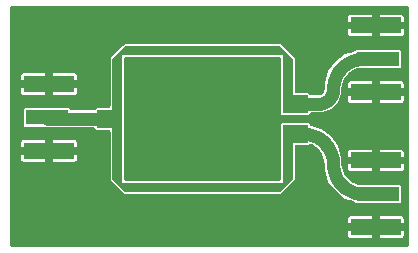
<source format=gbr>
G04 EAGLE Gerber RS-274X export*
G75*
%MOMM*%
%FSLAX34Y34*%
%LPD*%
%INTop Copper*%
%IPPOS*%
%AMOC8*
5,1,8,0,0,1.08239X$1,22.5*%
G01*
%ADD10R,1.270000X0.660400*%
%ADD11R,1.270000X0.635000*%
%ADD12R,3.600000X1.270000*%
%ADD13R,4.200000X1.350000*%
%ADD14C,0.604000*%
%ADD15C,1.117600*%

G36*
X874794Y323345D02*
X874794Y323345D01*
X874812Y323343D01*
X874994Y323364D01*
X875177Y323383D01*
X875194Y323388D01*
X875211Y323390D01*
X875386Y323447D01*
X875562Y323501D01*
X875577Y323509D01*
X875594Y323515D01*
X875754Y323605D01*
X875916Y323693D01*
X875929Y323704D01*
X875945Y323713D01*
X876084Y323833D01*
X876225Y323950D01*
X876236Y323964D01*
X876250Y323976D01*
X876362Y324121D01*
X876477Y324264D01*
X876485Y324280D01*
X876496Y324294D01*
X876578Y324459D01*
X876663Y324621D01*
X876668Y324638D01*
X876676Y324654D01*
X876723Y324833D01*
X876774Y325008D01*
X876776Y325026D01*
X876780Y325043D01*
X876807Y325374D01*
X876807Y525526D01*
X876805Y525544D01*
X876807Y525562D01*
X876786Y525744D01*
X876767Y525927D01*
X876762Y525944D01*
X876760Y525961D01*
X876703Y526136D01*
X876649Y526312D01*
X876641Y526327D01*
X876635Y526344D01*
X876545Y526504D01*
X876457Y526666D01*
X876446Y526679D01*
X876437Y526695D01*
X876317Y526834D01*
X876200Y526975D01*
X876186Y526986D01*
X876174Y527000D01*
X876029Y527112D01*
X875886Y527227D01*
X875870Y527235D01*
X875856Y527246D01*
X875691Y527328D01*
X875529Y527413D01*
X875512Y527418D01*
X875496Y527426D01*
X875317Y527473D01*
X875142Y527524D01*
X875124Y527526D01*
X875107Y527530D01*
X874776Y527557D01*
X541274Y527557D01*
X541256Y527555D01*
X541238Y527557D01*
X541056Y527536D01*
X540873Y527517D01*
X540856Y527512D01*
X540839Y527510D01*
X540664Y527453D01*
X540488Y527399D01*
X540473Y527391D01*
X540456Y527385D01*
X540296Y527295D01*
X540134Y527207D01*
X540121Y527196D01*
X540105Y527187D01*
X539966Y527067D01*
X539825Y526950D01*
X539814Y526936D01*
X539800Y526924D01*
X539688Y526779D01*
X539573Y526636D01*
X539565Y526620D01*
X539554Y526606D01*
X539471Y526441D01*
X539387Y526279D01*
X539382Y526262D01*
X539374Y526246D01*
X539327Y526067D01*
X539276Y525892D01*
X539274Y525874D01*
X539270Y525857D01*
X539243Y525526D01*
X539243Y325374D01*
X539245Y325356D01*
X539243Y325338D01*
X539264Y325156D01*
X539283Y324973D01*
X539288Y324956D01*
X539290Y324939D01*
X539347Y324764D01*
X539401Y324588D01*
X539409Y324573D01*
X539415Y324556D01*
X539505Y324396D01*
X539593Y324234D01*
X539604Y324221D01*
X539613Y324205D01*
X539733Y324066D01*
X539850Y323925D01*
X539864Y323914D01*
X539876Y323900D01*
X540021Y323788D01*
X540164Y323673D01*
X540180Y323665D01*
X540194Y323654D01*
X540359Y323572D01*
X540521Y323487D01*
X540538Y323482D01*
X540554Y323474D01*
X540733Y323427D01*
X540908Y323376D01*
X540926Y323374D01*
X540943Y323370D01*
X541274Y323343D01*
X874776Y323343D01*
X874794Y323345D01*
G37*
%LPC*%
G36*
X832268Y360425D02*
X832268Y360425D01*
X831108Y361586D01*
X831022Y361656D01*
X830943Y361734D01*
X830867Y361783D01*
X830797Y361841D01*
X830699Y361893D01*
X830606Y361953D01*
X830506Y361995D01*
X830441Y362029D01*
X830381Y362047D01*
X830299Y362081D01*
X823255Y364370D01*
X814923Y370423D01*
X808870Y378755D01*
X805687Y388551D01*
X805687Y393700D01*
X805681Y393766D01*
X805681Y393859D01*
X805481Y396402D01*
X805468Y396475D01*
X805464Y396548D01*
X805425Y396713D01*
X805410Y396799D01*
X805397Y396829D01*
X805388Y396871D01*
X803816Y401708D01*
X803755Y401848D01*
X803700Y401991D01*
X803671Y402038D01*
X803654Y402076D01*
X803605Y402147D01*
X803528Y402274D01*
X800538Y406389D01*
X800436Y406503D01*
X800340Y406622D01*
X800298Y406658D01*
X800270Y406689D01*
X800201Y406741D01*
X800089Y406838D01*
X795974Y409828D01*
X795842Y409905D01*
X795714Y409988D01*
X795663Y410009D01*
X795626Y410031D01*
X795545Y410059D01*
X795408Y410116D01*
X794116Y410536D01*
X793976Y410566D01*
X793837Y410605D01*
X793779Y410609D01*
X793723Y410621D01*
X793579Y410624D01*
X793435Y410634D01*
X793378Y410627D01*
X793321Y410628D01*
X793179Y410602D01*
X793036Y410584D01*
X792981Y410566D01*
X792925Y410555D01*
X792791Y410502D01*
X792654Y410456D01*
X792604Y410427D01*
X792551Y410406D01*
X792430Y410327D01*
X792305Y410255D01*
X792255Y410212D01*
X792214Y410185D01*
X792155Y410127D01*
X792052Y410040D01*
X791919Y409906D01*
X782216Y409906D01*
X782199Y409905D01*
X782181Y409906D01*
X781998Y409885D01*
X781816Y409867D01*
X781799Y409861D01*
X781781Y409859D01*
X781606Y409802D01*
X781431Y409748D01*
X781415Y409740D01*
X781398Y409734D01*
X781238Y409644D01*
X781077Y409557D01*
X781063Y409545D01*
X781048Y409536D01*
X780908Y409416D01*
X780768Y409299D01*
X780756Y409285D01*
X780743Y409273D01*
X780630Y409128D01*
X780515Y408985D01*
X780507Y408969D01*
X780496Y408955D01*
X780414Y408790D01*
X780330Y408628D01*
X780325Y408611D01*
X780317Y408595D01*
X780269Y408417D01*
X780218Y408241D01*
X780217Y408223D01*
X780212Y408206D01*
X780185Y407875D01*
X780185Y379961D01*
X768271Y368047D01*
X636298Y368047D01*
X634737Y369608D01*
X634737Y369609D01*
X625945Y378400D01*
X624384Y379961D01*
X624384Y420499D01*
X624382Y420517D01*
X624384Y420535D01*
X624362Y420717D01*
X624344Y420900D01*
X624339Y420917D01*
X624337Y420934D01*
X624280Y421109D01*
X624226Y421285D01*
X624218Y421300D01*
X624212Y421317D01*
X624122Y421477D01*
X624034Y421639D01*
X624023Y421652D01*
X624014Y421668D01*
X623894Y421807D01*
X623777Y421948D01*
X623763Y421959D01*
X623751Y421973D01*
X623606Y422085D01*
X623463Y422200D01*
X623447Y422208D01*
X623433Y422219D01*
X623268Y422301D01*
X623105Y422386D01*
X623088Y422391D01*
X623072Y422399D01*
X622894Y422446D01*
X622719Y422497D01*
X622701Y422499D01*
X622684Y422503D01*
X622353Y422530D01*
X612650Y422530D01*
X611089Y424092D01*
X611084Y424096D01*
X611077Y424105D01*
X611063Y424116D01*
X611051Y424130D01*
X610906Y424242D01*
X610875Y424267D01*
X610778Y424347D01*
X610773Y424349D01*
X610763Y424357D01*
X610747Y424365D01*
X610733Y424376D01*
X610568Y424458D01*
X610524Y424481D01*
X610422Y424535D01*
X610417Y424537D01*
X610405Y424543D01*
X610388Y424548D01*
X610372Y424556D01*
X610194Y424603D01*
X610141Y424619D01*
X610036Y424650D01*
X610031Y424651D01*
X610019Y424654D01*
X610001Y424656D01*
X609984Y424660D01*
X609653Y424687D01*
X568815Y424687D01*
X567962Y425041D01*
X567932Y425050D01*
X567904Y425064D01*
X567740Y425108D01*
X567577Y425157D01*
X567546Y425160D01*
X567515Y425168D01*
X567185Y425195D01*
X551598Y425195D01*
X550705Y426088D01*
X550705Y440052D01*
X551598Y440945D01*
X588862Y440945D01*
X590299Y439508D01*
X590319Y439491D01*
X590337Y439470D01*
X590475Y439363D01*
X590610Y439253D01*
X590634Y439240D01*
X590655Y439224D01*
X590812Y439146D01*
X590966Y439064D01*
X590991Y439056D01*
X591015Y439044D01*
X591185Y438999D01*
X591352Y438949D01*
X591378Y438947D01*
X591404Y438940D01*
X591735Y438913D01*
X609804Y438913D01*
X609831Y438915D01*
X609858Y438913D01*
X610032Y438935D01*
X610205Y438953D01*
X610231Y438960D01*
X610257Y438964D01*
X610423Y439019D01*
X610590Y439071D01*
X610614Y439084D01*
X610639Y439092D01*
X610791Y439179D01*
X610944Y439263D01*
X610965Y439280D01*
X610988Y439293D01*
X611241Y439508D01*
X612650Y440917D01*
X622353Y440917D01*
X622371Y440919D01*
X622388Y440918D01*
X622571Y440939D01*
X622753Y440957D01*
X622771Y440962D01*
X622788Y440965D01*
X622963Y441021D01*
X623138Y441075D01*
X623154Y441084D01*
X623171Y441089D01*
X623331Y441180D01*
X623492Y441267D01*
X623506Y441279D01*
X623522Y441287D01*
X623661Y441408D01*
X623802Y441525D01*
X623813Y441539D01*
X623826Y441550D01*
X623939Y441695D01*
X624054Y441839D01*
X624062Y441854D01*
X624073Y441869D01*
X624155Y442033D01*
X624239Y442196D01*
X624244Y442213D01*
X624252Y442229D01*
X624300Y442407D01*
X624351Y442583D01*
X624352Y442601D01*
X624357Y442618D01*
X624384Y442949D01*
X624384Y483487D01*
X625945Y485048D01*
X634737Y493839D01*
X636298Y495400D01*
X768271Y495400D01*
X780185Y483487D01*
X780185Y455572D01*
X780187Y455555D01*
X780185Y455537D01*
X780207Y455354D01*
X780225Y455172D01*
X780230Y455155D01*
X780232Y455137D01*
X780289Y454962D01*
X780343Y454787D01*
X780352Y454771D01*
X780357Y454754D01*
X780448Y454594D01*
X780535Y454433D01*
X780546Y454419D01*
X780555Y454404D01*
X780676Y454264D01*
X780793Y454124D01*
X780807Y454112D01*
X780818Y454099D01*
X780963Y453986D01*
X781106Y453871D01*
X781122Y453863D01*
X781136Y453852D01*
X781301Y453770D01*
X781464Y453686D01*
X781481Y453681D01*
X781497Y453673D01*
X781675Y453625D01*
X781851Y453574D01*
X781868Y453573D01*
X781886Y453568D01*
X782216Y453541D01*
X791919Y453541D01*
X793252Y452208D01*
X793273Y452191D01*
X793290Y452170D01*
X793428Y452063D01*
X793564Y451953D01*
X793587Y451940D01*
X793608Y451924D01*
X793765Y451846D01*
X793919Y451764D01*
X793945Y451756D01*
X793969Y451744D01*
X794138Y451699D01*
X794305Y451649D01*
X794332Y451647D01*
X794358Y451640D01*
X794689Y451613D01*
X800100Y451613D01*
X800178Y451621D01*
X800299Y451623D01*
X800993Y451691D01*
X801123Y451717D01*
X801255Y451734D01*
X801331Y451758D01*
X801388Y451770D01*
X801459Y451800D01*
X801571Y451836D01*
X802853Y452367D01*
X802880Y452381D01*
X802910Y452391D01*
X803058Y452477D01*
X803208Y452557D01*
X803232Y452577D01*
X803259Y452592D01*
X803512Y452807D01*
X804493Y453788D01*
X804513Y453812D01*
X804536Y453833D01*
X804640Y453968D01*
X804748Y454100D01*
X804763Y454127D01*
X804782Y454152D01*
X804933Y454447D01*
X805464Y455729D01*
X805503Y455856D01*
X805550Y455981D01*
X805564Y456059D01*
X805581Y456114D01*
X805588Y456192D01*
X805609Y456307D01*
X805677Y457001D01*
X805677Y457080D01*
X805687Y457200D01*
X805687Y462349D01*
X808870Y472145D01*
X814923Y480477D01*
X823255Y486530D01*
X830299Y488819D01*
X830401Y488863D01*
X830506Y488899D01*
X830585Y488944D01*
X830668Y488981D01*
X830759Y489044D01*
X830855Y489100D01*
X830938Y489170D01*
X830998Y489212D01*
X831041Y489258D01*
X831108Y489314D01*
X832268Y490475D01*
X869532Y490475D01*
X870425Y489582D01*
X870425Y475618D01*
X869532Y474725D01*
X833928Y474725D01*
X833776Y474710D01*
X833623Y474702D01*
X833569Y474690D01*
X833527Y474685D01*
X833445Y474660D01*
X833300Y474626D01*
X830192Y473616D01*
X830052Y473555D01*
X829909Y473500D01*
X829862Y473471D01*
X829824Y473454D01*
X829753Y473405D01*
X829626Y473328D01*
X825511Y470338D01*
X825397Y470236D01*
X825278Y470140D01*
X825242Y470098D01*
X825211Y470070D01*
X825159Y470001D01*
X825062Y469889D01*
X822072Y465774D01*
X821995Y465642D01*
X821912Y465514D01*
X821891Y465463D01*
X821869Y465426D01*
X821841Y465345D01*
X821784Y465208D01*
X820212Y460371D01*
X820197Y460299D01*
X820172Y460230D01*
X820145Y460062D01*
X820126Y459977D01*
X820126Y459944D01*
X820119Y459902D01*
X819919Y457359D01*
X819920Y457293D01*
X819913Y457200D01*
X819913Y453259D01*
X816896Y445977D01*
X811323Y440404D01*
X804041Y437387D01*
X794916Y437387D01*
X794899Y437385D01*
X794881Y437387D01*
X794698Y437366D01*
X794516Y437347D01*
X794499Y437342D01*
X794481Y437340D01*
X794306Y437283D01*
X794131Y437229D01*
X794115Y437221D01*
X794098Y437215D01*
X793938Y437125D01*
X793777Y437037D01*
X793763Y437026D01*
X793748Y437017D01*
X793608Y436897D01*
X793468Y436780D01*
X793456Y436766D01*
X793443Y436754D01*
X793330Y436609D01*
X793215Y436466D01*
X793207Y436450D01*
X793196Y436436D01*
X793191Y436427D01*
X791919Y435154D01*
X769927Y435154D01*
X768961Y436120D01*
X768961Y482145D01*
X768959Y482163D01*
X768961Y482180D01*
X768939Y482363D01*
X768921Y482545D01*
X768916Y482563D01*
X768914Y482580D01*
X768857Y482755D01*
X768803Y482930D01*
X768794Y482946D01*
X768789Y482963D01*
X768698Y483123D01*
X768611Y483284D01*
X768600Y483298D01*
X768591Y483314D01*
X768471Y483453D01*
X768353Y483594D01*
X768339Y483605D01*
X768328Y483618D01*
X768183Y483731D01*
X768040Y483846D01*
X768024Y483854D01*
X768010Y483865D01*
X767845Y483947D01*
X767682Y484031D01*
X767665Y484036D01*
X767649Y484044D01*
X767471Y484092D01*
X767295Y484143D01*
X767278Y484144D01*
X767260Y484149D01*
X766930Y484176D01*
X637640Y484176D01*
X637622Y484174D01*
X637604Y484176D01*
X637422Y484154D01*
X637239Y484136D01*
X637222Y484131D01*
X637204Y484129D01*
X637030Y484072D01*
X636854Y484018D01*
X636838Y484010D01*
X636821Y484004D01*
X636661Y483914D01*
X636500Y483826D01*
X636486Y483815D01*
X636471Y483806D01*
X636332Y483686D01*
X636191Y483569D01*
X636180Y483555D01*
X636166Y483543D01*
X636054Y483398D01*
X635938Y483255D01*
X635930Y483239D01*
X635919Y483225D01*
X635837Y483060D01*
X635753Y482897D01*
X635748Y482880D01*
X635740Y482864D01*
X635692Y482686D01*
X635642Y482511D01*
X635640Y482493D01*
X635635Y482476D01*
X635608Y482145D01*
X635608Y381303D01*
X635610Y381285D01*
X635609Y381267D01*
X635630Y381085D01*
X635648Y380902D01*
X635653Y380885D01*
X635656Y380867D01*
X635712Y380693D01*
X635766Y380517D01*
X635775Y380502D01*
X635780Y380485D01*
X635871Y380324D01*
X635958Y380163D01*
X635970Y380150D01*
X635978Y380134D01*
X636099Y379995D01*
X636216Y379854D01*
X636230Y379843D01*
X636241Y379829D01*
X636386Y379717D01*
X636530Y379602D01*
X636545Y379593D01*
X636560Y379582D01*
X636724Y379500D01*
X636887Y379416D01*
X636904Y379411D01*
X636920Y379403D01*
X637098Y379355D01*
X637274Y379305D01*
X637292Y379303D01*
X637309Y379299D01*
X637640Y379272D01*
X766930Y379272D01*
X766947Y379273D01*
X766965Y379272D01*
X767148Y379293D01*
X767330Y379311D01*
X767347Y379317D01*
X767365Y379319D01*
X767540Y379376D01*
X767715Y379430D01*
X767731Y379438D01*
X767748Y379444D01*
X767908Y379534D01*
X768069Y379621D01*
X768083Y379633D01*
X768098Y379642D01*
X768238Y379762D01*
X768378Y379879D01*
X768390Y379893D01*
X768403Y379905D01*
X768516Y380050D01*
X768631Y380193D01*
X768639Y380209D01*
X768650Y380223D01*
X768732Y380388D01*
X768816Y380550D01*
X768821Y380567D01*
X768829Y380583D01*
X768877Y380761D01*
X768928Y380937D01*
X768929Y380955D01*
X768934Y380972D01*
X768961Y381303D01*
X768961Y427327D01*
X769927Y428294D01*
X791919Y428294D01*
X792910Y427302D01*
X792915Y427278D01*
X792925Y427179D01*
X792955Y427081D01*
X792975Y426981D01*
X793014Y426889D01*
X793043Y426794D01*
X793092Y426704D01*
X793131Y426610D01*
X793187Y426528D01*
X793235Y426440D01*
X793300Y426362D01*
X793358Y426277D01*
X793429Y426207D01*
X793493Y426131D01*
X793572Y426067D01*
X793645Y425995D01*
X793729Y425941D01*
X793806Y425878D01*
X793897Y425831D01*
X793983Y425776D01*
X794094Y425729D01*
X794164Y425693D01*
X794218Y425677D01*
X794289Y425648D01*
X802345Y423030D01*
X810677Y416977D01*
X816730Y408645D01*
X819913Y398849D01*
X819913Y393700D01*
X819919Y393634D01*
X819919Y393541D01*
X820119Y390998D01*
X820132Y390925D01*
X820136Y390852D01*
X820175Y390687D01*
X820190Y390601D01*
X820203Y390571D01*
X820212Y390529D01*
X821784Y385692D01*
X821838Y385568D01*
X821863Y385493D01*
X821879Y385465D01*
X821900Y385409D01*
X821929Y385362D01*
X821946Y385324D01*
X821995Y385253D01*
X822039Y385180D01*
X822061Y385143D01*
X822066Y385136D01*
X822072Y385126D01*
X825062Y381011D01*
X825164Y380897D01*
X825260Y380778D01*
X825302Y380742D01*
X825330Y380711D01*
X825399Y380659D01*
X825511Y380562D01*
X829626Y377572D01*
X829758Y377495D01*
X829886Y377412D01*
X829937Y377391D01*
X829974Y377369D01*
X830055Y377341D01*
X830192Y377284D01*
X833300Y376274D01*
X833449Y376242D01*
X833597Y376202D01*
X833652Y376197D01*
X833693Y376188D01*
X833779Y376187D01*
X833928Y376175D01*
X869532Y376175D01*
X870425Y375282D01*
X870425Y361318D01*
X869532Y360425D01*
X832268Y360425D01*
G37*
%LPD*%
G36*
X767592Y369575D02*
X767592Y369575D01*
X767596Y369573D01*
X767676Y369609D01*
X778623Y380557D01*
X778625Y380561D01*
X778629Y380563D01*
X778660Y380644D01*
X778660Y411432D01*
X791235Y411432D01*
X791238Y411433D01*
X791241Y411432D01*
X791282Y411452D01*
X791325Y411470D01*
X791326Y411473D01*
X791329Y411474D01*
X791360Y411556D01*
X791360Y426644D01*
X791358Y426647D01*
X791360Y426649D01*
X791340Y426691D01*
X791321Y426734D01*
X791318Y426735D01*
X791317Y426737D01*
X791235Y426768D01*
X770611Y426768D01*
X770608Y426767D01*
X770605Y426768D01*
X770564Y426748D01*
X770521Y426730D01*
X770520Y426727D01*
X770517Y426726D01*
X770486Y426644D01*
X770486Y377746D01*
X634083Y377746D01*
X634083Y485702D01*
X770486Y485702D01*
X770486Y436804D01*
X770488Y436801D01*
X770486Y436798D01*
X770506Y436757D01*
X770525Y436714D01*
X770528Y436713D01*
X770529Y436710D01*
X770611Y436680D01*
X791235Y436680D01*
X791238Y436681D01*
X791241Y436680D01*
X791282Y436700D01*
X791325Y436718D01*
X791326Y436721D01*
X791329Y436722D01*
X791360Y436804D01*
X791360Y451891D01*
X791358Y451894D01*
X791360Y451897D01*
X791340Y451938D01*
X791321Y451981D01*
X791318Y451982D01*
X791317Y451985D01*
X791235Y452016D01*
X778660Y452016D01*
X778660Y482803D01*
X778658Y482807D01*
X778659Y482812D01*
X778623Y482891D01*
X767676Y493838D01*
X767672Y493840D01*
X767670Y493844D01*
X767588Y493875D01*
X636981Y493875D01*
X636977Y493873D01*
X636973Y493875D01*
X636893Y493838D01*
X625946Y482891D01*
X625944Y482887D01*
X625940Y482885D01*
X625910Y482803D01*
X625910Y439392D01*
X613334Y439392D01*
X613331Y439391D01*
X613328Y439392D01*
X613287Y439372D01*
X613244Y439353D01*
X613243Y439351D01*
X613240Y439349D01*
X613210Y439268D01*
X613210Y424180D01*
X613211Y424177D01*
X613210Y424174D01*
X613230Y424133D01*
X613248Y424090D01*
X613251Y424089D01*
X613252Y424086D01*
X613334Y424056D01*
X625910Y424056D01*
X625910Y380644D01*
X625911Y380640D01*
X625910Y380636D01*
X625946Y380557D01*
X636893Y369609D01*
X636898Y369608D01*
X636899Y369603D01*
X636981Y369573D01*
X767588Y369573D01*
X767592Y369575D01*
G37*
%LPC*%
G36*
X852274Y514224D02*
X852274Y514224D01*
X852274Y520141D01*
X870235Y520141D01*
X870881Y519968D01*
X871460Y519633D01*
X871933Y519160D01*
X872268Y518581D01*
X872441Y517935D01*
X872441Y514224D01*
X852274Y514224D01*
G37*
%LPD*%
%LPC*%
G36*
X825359Y514224D02*
X825359Y514224D01*
X825359Y517935D01*
X825532Y518581D01*
X825867Y519160D01*
X826340Y519633D01*
X826919Y519968D01*
X827565Y520141D01*
X845526Y520141D01*
X845526Y514224D01*
X825359Y514224D01*
G37*
%LPD*%
%LPC*%
G36*
X548689Y464694D02*
X548689Y464694D01*
X548689Y468405D01*
X548862Y469051D01*
X549197Y469630D01*
X549670Y470103D01*
X550249Y470438D01*
X550895Y470611D01*
X568856Y470611D01*
X568856Y464694D01*
X548689Y464694D01*
G37*
%LPD*%
%LPC*%
G36*
X825359Y457724D02*
X825359Y457724D01*
X825359Y461435D01*
X825532Y462081D01*
X825867Y462660D01*
X826340Y463133D01*
X826919Y463468D01*
X827565Y463641D01*
X845526Y463641D01*
X845526Y457724D01*
X825359Y457724D01*
G37*
%LPD*%
%LPC*%
G36*
X548689Y408194D02*
X548689Y408194D01*
X548689Y411905D01*
X548862Y412551D01*
X549197Y413130D01*
X549670Y413603D01*
X550249Y413938D01*
X550895Y414111D01*
X568856Y414111D01*
X568856Y408194D01*
X548689Y408194D01*
G37*
%LPD*%
%LPC*%
G36*
X825359Y399924D02*
X825359Y399924D01*
X825359Y403635D01*
X825532Y404281D01*
X825867Y404860D01*
X826340Y405333D01*
X826919Y405668D01*
X827565Y405841D01*
X845526Y405841D01*
X845526Y399924D01*
X825359Y399924D01*
G37*
%LPD*%
%LPC*%
G36*
X825359Y343424D02*
X825359Y343424D01*
X825359Y347135D01*
X825532Y347781D01*
X825867Y348360D01*
X826340Y348833D01*
X826919Y349168D01*
X827565Y349341D01*
X845526Y349341D01*
X845526Y343424D01*
X825359Y343424D01*
G37*
%LPD*%
%LPC*%
G36*
X575604Y464694D02*
X575604Y464694D01*
X575604Y470611D01*
X593565Y470611D01*
X594211Y470438D01*
X594790Y470103D01*
X595263Y469630D01*
X595598Y469051D01*
X595771Y468405D01*
X595771Y464694D01*
X575604Y464694D01*
G37*
%LPD*%
%LPC*%
G36*
X852274Y457724D02*
X852274Y457724D01*
X852274Y463641D01*
X870235Y463641D01*
X870881Y463468D01*
X871460Y463133D01*
X871933Y462660D01*
X872268Y462081D01*
X872441Y461435D01*
X872441Y457724D01*
X852274Y457724D01*
G37*
%LPD*%
%LPC*%
G36*
X575604Y408194D02*
X575604Y408194D01*
X575604Y414111D01*
X593565Y414111D01*
X594211Y413938D01*
X594790Y413603D01*
X595263Y413130D01*
X595598Y412551D01*
X595771Y411905D01*
X595771Y408194D01*
X575604Y408194D01*
G37*
%LPD*%
%LPC*%
G36*
X852274Y399924D02*
X852274Y399924D01*
X852274Y405841D01*
X870235Y405841D01*
X870881Y405668D01*
X871460Y405333D01*
X871933Y404860D01*
X872268Y404281D01*
X872441Y403635D01*
X872441Y399924D01*
X852274Y399924D01*
G37*
%LPD*%
%LPC*%
G36*
X852274Y343424D02*
X852274Y343424D01*
X852274Y349341D01*
X870235Y349341D01*
X870881Y349168D01*
X871460Y348833D01*
X871933Y348360D01*
X872268Y347781D01*
X872441Y347135D01*
X872441Y343424D01*
X852274Y343424D01*
G37*
%LPD*%
%LPC*%
G36*
X852274Y501559D02*
X852274Y501559D01*
X852274Y507476D01*
X872441Y507476D01*
X872441Y503765D01*
X872268Y503119D01*
X871933Y502540D01*
X871460Y502067D01*
X870881Y501732D01*
X870235Y501559D01*
X852274Y501559D01*
G37*
%LPD*%
%LPC*%
G36*
X575604Y452029D02*
X575604Y452029D01*
X575604Y457946D01*
X595771Y457946D01*
X595771Y454235D01*
X595598Y453589D01*
X595263Y453010D01*
X594790Y452537D01*
X594211Y452202D01*
X593565Y452029D01*
X575604Y452029D01*
G37*
%LPD*%
%LPC*%
G36*
X852274Y445059D02*
X852274Y445059D01*
X852274Y450976D01*
X872441Y450976D01*
X872441Y447265D01*
X872268Y446619D01*
X871933Y446040D01*
X871460Y445567D01*
X870881Y445232D01*
X870235Y445059D01*
X852274Y445059D01*
G37*
%LPD*%
%LPC*%
G36*
X575604Y395529D02*
X575604Y395529D01*
X575604Y401446D01*
X595771Y401446D01*
X595771Y397735D01*
X595598Y397089D01*
X595263Y396510D01*
X594790Y396037D01*
X594211Y395702D01*
X593565Y395529D01*
X575604Y395529D01*
G37*
%LPD*%
%LPC*%
G36*
X852274Y387259D02*
X852274Y387259D01*
X852274Y393176D01*
X872441Y393176D01*
X872441Y389465D01*
X872268Y388819D01*
X871933Y388240D01*
X871460Y387767D01*
X870881Y387432D01*
X870235Y387259D01*
X852274Y387259D01*
G37*
%LPD*%
%LPC*%
G36*
X852274Y330759D02*
X852274Y330759D01*
X852274Y336676D01*
X872441Y336676D01*
X872441Y332965D01*
X872268Y332319D01*
X871933Y331740D01*
X871460Y331267D01*
X870881Y330932D01*
X870235Y330759D01*
X852274Y330759D01*
G37*
%LPD*%
%LPC*%
G36*
X827565Y501559D02*
X827565Y501559D01*
X826919Y501732D01*
X826340Y502067D01*
X825867Y502540D01*
X825532Y503119D01*
X825359Y503765D01*
X825359Y507476D01*
X845526Y507476D01*
X845526Y501559D01*
X827565Y501559D01*
G37*
%LPD*%
%LPC*%
G36*
X550895Y452029D02*
X550895Y452029D01*
X550249Y452202D01*
X549670Y452537D01*
X549197Y453010D01*
X548862Y453589D01*
X548689Y454235D01*
X548689Y457946D01*
X568856Y457946D01*
X568856Y452029D01*
X550895Y452029D01*
G37*
%LPD*%
%LPC*%
G36*
X827565Y445059D02*
X827565Y445059D01*
X826919Y445232D01*
X826340Y445567D01*
X825867Y446040D01*
X825532Y446619D01*
X825359Y447265D01*
X825359Y450976D01*
X845526Y450976D01*
X845526Y445059D01*
X827565Y445059D01*
G37*
%LPD*%
%LPC*%
G36*
X550895Y395529D02*
X550895Y395529D01*
X550249Y395702D01*
X549670Y396037D01*
X549197Y396510D01*
X548862Y397089D01*
X548689Y397735D01*
X548689Y401446D01*
X568856Y401446D01*
X568856Y395529D01*
X550895Y395529D01*
G37*
%LPD*%
%LPC*%
G36*
X827565Y387259D02*
X827565Y387259D01*
X826919Y387432D01*
X826340Y387767D01*
X825867Y388240D01*
X825532Y388819D01*
X825359Y389465D01*
X825359Y393176D01*
X845526Y393176D01*
X845526Y387259D01*
X827565Y387259D01*
G37*
%LPD*%
%LPC*%
G36*
X827565Y330759D02*
X827565Y330759D01*
X826919Y330932D01*
X826340Y331267D01*
X825867Y331740D01*
X825532Y332319D01*
X825359Y332965D01*
X825359Y336676D01*
X845526Y336676D01*
X845526Y330759D01*
X827565Y330759D01*
G37*
%LPD*%
D10*
X617220Y431800D03*
D11*
X787400Y444500D03*
X787400Y419100D03*
D12*
X570230Y433070D03*
D13*
X572230Y461320D03*
X572230Y404820D03*
D12*
X850900Y482600D03*
D13*
X848900Y454350D03*
X848900Y510850D03*
D12*
X850900Y368300D03*
D13*
X848900Y340050D03*
X848900Y396550D03*
D14*
X560070Y419100D03*
X836930Y382270D03*
X840740Y468630D03*
X859790Y355600D03*
X859790Y382270D03*
X836930Y354330D03*
X858520Y496570D03*
X838200Y496570D03*
X858520Y468630D03*
X581660Y447040D03*
X580390Y417830D03*
X558800Y447040D03*
D15*
X570230Y433070D02*
X570230Y431800D01*
X617220Y431800D01*
X787400Y444500D02*
X800100Y444500D01*
X800407Y444504D01*
X800714Y444515D01*
X801020Y444533D01*
X801326Y444559D01*
X801631Y444593D01*
X801935Y444633D01*
X802238Y444681D01*
X802540Y444737D01*
X802840Y444799D01*
X803139Y444869D01*
X803436Y444946D01*
X803732Y445030D01*
X804025Y445122D01*
X804315Y445220D01*
X804603Y445325D01*
X804889Y445438D01*
X805172Y445557D01*
X805452Y445683D01*
X805729Y445815D01*
X806002Y445955D01*
X806272Y446101D01*
X806538Y446253D01*
X806801Y446412D01*
X807060Y446577D01*
X807314Y446748D01*
X807565Y446925D01*
X807811Y447109D01*
X808053Y447298D01*
X808289Y447493D01*
X808522Y447694D01*
X808749Y447900D01*
X808971Y448112D01*
X809188Y448329D01*
X809400Y448551D01*
X809606Y448778D01*
X809807Y449011D01*
X810002Y449247D01*
X810191Y449489D01*
X810375Y449735D01*
X810552Y449986D01*
X810723Y450240D01*
X810888Y450499D01*
X811047Y450762D01*
X811199Y451028D01*
X811345Y451298D01*
X811485Y451571D01*
X811617Y451848D01*
X811743Y452128D01*
X811862Y452411D01*
X811975Y452697D01*
X812080Y452985D01*
X812178Y453275D01*
X812270Y453568D01*
X812354Y453864D01*
X812431Y454161D01*
X812501Y454460D01*
X812563Y454760D01*
X812619Y455062D01*
X812667Y455365D01*
X812707Y455669D01*
X812741Y455974D01*
X812767Y456280D01*
X812785Y456586D01*
X812796Y456893D01*
X812800Y457200D01*
X812807Y457814D01*
X812830Y458427D01*
X812867Y459040D01*
X812919Y459651D01*
X812985Y460262D01*
X813067Y460870D01*
X813163Y461476D01*
X813273Y462080D01*
X813398Y462681D01*
X813538Y463279D01*
X813692Y463873D01*
X813861Y464463D01*
X814043Y465049D01*
X814240Y465630D01*
X814451Y466207D01*
X814675Y466778D01*
X814913Y467344D01*
X815165Y467904D01*
X815431Y468457D01*
X815709Y469004D01*
X816001Y469544D01*
X816306Y470077D01*
X816624Y470602D01*
X816954Y471120D01*
X817296Y471629D01*
X817651Y472130D01*
X818018Y472622D01*
X818396Y473105D01*
X818786Y473579D01*
X819188Y474043D01*
X819600Y474498D01*
X820024Y474942D01*
X820458Y475376D01*
X820902Y475800D01*
X821357Y476212D01*
X821821Y476614D01*
X822295Y477004D01*
X822778Y477382D01*
X823270Y477749D01*
X823771Y478104D01*
X824280Y478446D01*
X824798Y478776D01*
X825323Y479094D01*
X825856Y479399D01*
X826396Y479691D01*
X826943Y479969D01*
X827496Y480235D01*
X828056Y480487D01*
X828622Y480725D01*
X829193Y480949D01*
X829770Y481160D01*
X830351Y481357D01*
X830937Y481539D01*
X831527Y481708D01*
X832121Y481862D01*
X832719Y482002D01*
X833320Y482127D01*
X833924Y482237D01*
X834530Y482333D01*
X835138Y482415D01*
X835749Y482481D01*
X836360Y482533D01*
X836973Y482570D01*
X837586Y482593D01*
X838200Y482600D01*
X850900Y482600D01*
X787400Y419100D02*
X788014Y419093D01*
X788627Y419070D01*
X789240Y419033D01*
X789851Y418981D01*
X790462Y418915D01*
X791070Y418833D01*
X791676Y418737D01*
X792280Y418627D01*
X792881Y418502D01*
X793479Y418362D01*
X794073Y418208D01*
X794663Y418039D01*
X795249Y417857D01*
X795830Y417660D01*
X796407Y417449D01*
X796978Y417225D01*
X797544Y416987D01*
X798104Y416735D01*
X798657Y416469D01*
X799204Y416191D01*
X799744Y415899D01*
X800277Y415594D01*
X800802Y415276D01*
X801320Y414946D01*
X801829Y414604D01*
X802330Y414249D01*
X802822Y413882D01*
X803305Y413504D01*
X803779Y413114D01*
X804243Y412712D01*
X804698Y412300D01*
X805142Y411876D01*
X805576Y411442D01*
X806000Y410998D01*
X806412Y410543D01*
X806814Y410079D01*
X807204Y409605D01*
X807582Y409122D01*
X807949Y408630D01*
X808304Y408129D01*
X808646Y407620D01*
X808976Y407102D01*
X809294Y406577D01*
X809599Y406044D01*
X809891Y405504D01*
X810169Y404957D01*
X810435Y404404D01*
X810687Y403844D01*
X810925Y403278D01*
X811149Y402707D01*
X811360Y402130D01*
X811557Y401549D01*
X811739Y400963D01*
X811908Y400373D01*
X812062Y399779D01*
X812202Y399181D01*
X812327Y398580D01*
X812437Y397976D01*
X812533Y397370D01*
X812615Y396762D01*
X812681Y396151D01*
X812733Y395540D01*
X812770Y394927D01*
X812793Y394314D01*
X812800Y393700D01*
X812807Y393086D01*
X812830Y392473D01*
X812867Y391860D01*
X812919Y391249D01*
X812985Y390638D01*
X813067Y390030D01*
X813163Y389424D01*
X813273Y388820D01*
X813398Y388219D01*
X813538Y387621D01*
X813692Y387027D01*
X813861Y386437D01*
X814043Y385851D01*
X814240Y385270D01*
X814451Y384693D01*
X814675Y384122D01*
X814913Y383556D01*
X815165Y382996D01*
X815431Y382443D01*
X815709Y381896D01*
X816001Y381356D01*
X816306Y380823D01*
X816624Y380298D01*
X816954Y379780D01*
X817296Y379271D01*
X817651Y378770D01*
X818018Y378278D01*
X818396Y377795D01*
X818786Y377321D01*
X819188Y376857D01*
X819600Y376402D01*
X820024Y375958D01*
X820458Y375524D01*
X820902Y375100D01*
X821357Y374688D01*
X821821Y374286D01*
X822295Y373896D01*
X822778Y373518D01*
X823270Y373151D01*
X823771Y372796D01*
X824280Y372454D01*
X824798Y372124D01*
X825323Y371806D01*
X825856Y371501D01*
X826396Y371209D01*
X826943Y370931D01*
X827496Y370665D01*
X828056Y370413D01*
X828622Y370175D01*
X829193Y369951D01*
X829770Y369740D01*
X830351Y369543D01*
X830937Y369361D01*
X831527Y369192D01*
X832121Y369038D01*
X832719Y368898D01*
X833320Y368773D01*
X833924Y368663D01*
X834530Y368567D01*
X835138Y368485D01*
X835749Y368419D01*
X836360Y368367D01*
X836973Y368330D01*
X837586Y368307D01*
X838200Y368300D01*
X850900Y368300D01*
M02*

</source>
